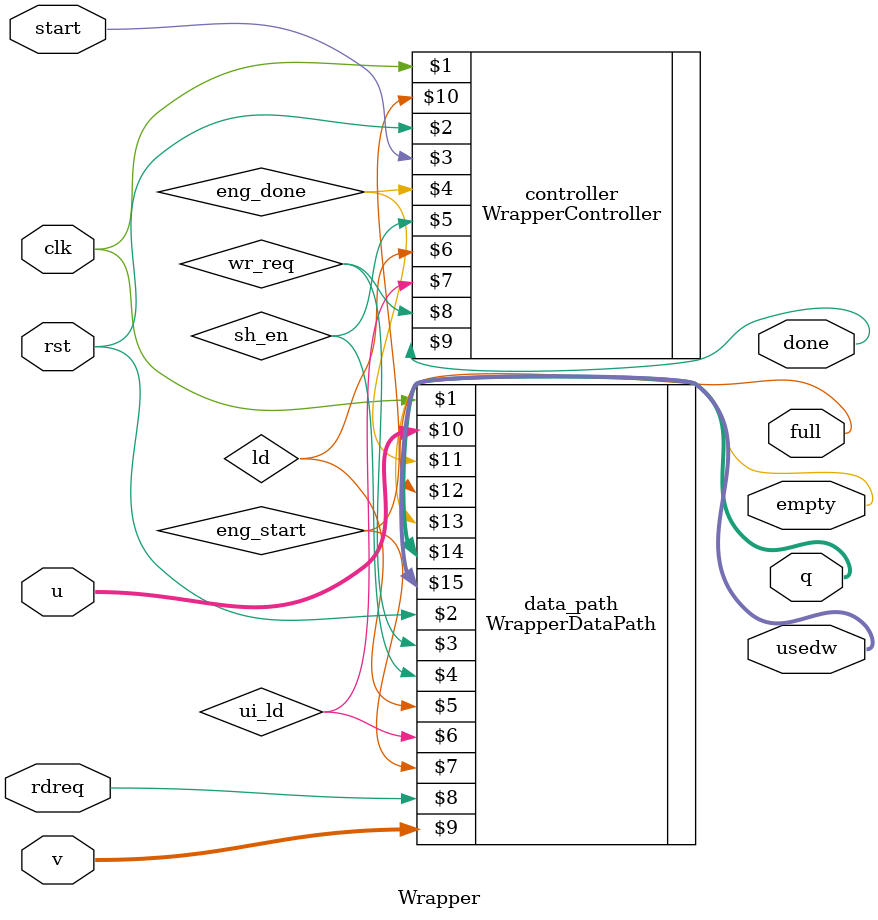
<source format=v>
module Wrapper(input clk, rst, start, rdreq, input [15 : 0]v, input [1 : 0]u, output done, full, empty, output [20 : 0]q, output [1 : 0] usedw);
	wire wr_req, sh_en, ld, ui_ld, eng_start, eng_done;
	
	WrapperController controller(clk, rst, start, eng_done, sh_en, ld, ui_ld, wr_req, done, eng_start);
	WrapperDataPath data_path(clk, rst, wr_req, sh_en, ld, ui_ld, eng_start, rdreq, v, u, eng_done, full, empty, q, usedw);
endmodule
	
</source>
